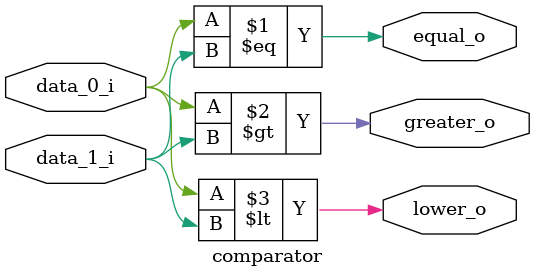
<source format=v>
`timescale 1ns / 1ps

module comparator #
(
     parameter integer DATA_WIDTH = 1
)
(
    input  wire [DATA_WIDTH - 1 : 0] data_0_i,
    input  wire [DATA_WIDTH - 1 : 0] data_1_i,
           
    output wire                      equal_o,
    output wire                      greater_o,
    output wire                      lower_o
);

    assign equal_o   = (data_0_i == data_1_i);
    assign greater_o = (data_0_i > data_1_i);
    assign lower_o   = (data_0_i < data_1_i);

endmodule

</source>
